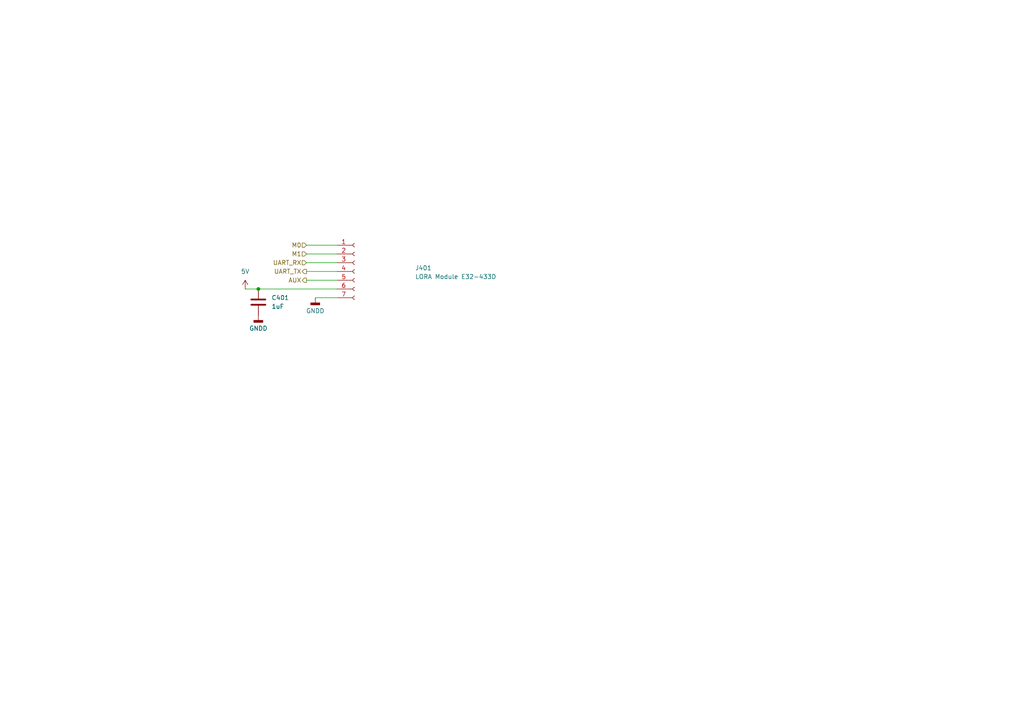
<source format=kicad_sch>
(kicad_sch (version 20231120) (generator "eeschema") (generator_version "8.0")
  (paper "A4")
  (lib_symbols
    (symbol "Connector:Conn_01x07_Socket" (pin_names (offset 1.016) hide)
      (property "Reference" "J" (at 0 10.16 0))
      (property "Value" "Conn_01x07_Socket" (at 0 -10.16 0))
      (symbol "Conn_01x07_Socket_1_1"
        (arc (start 0 -7.112) (mid -0.5058 -7.62) (end 0 -8.128) (stroke (width 0.1524)))
        (arc (start 0 -4.572) (mid -0.5058 -5.08) (end 0 -5.588) (stroke (width 0.1524)))
        (arc (start 0 -2.032) (mid -0.5058 -2.54) (end 0 -3.048) (stroke (width 0.1524)))
        (polyline (pts (xy -1.27 -7.62) (xy -0.508 -7.62)) (stroke (width 0.1524)))
        (polyline (pts (xy -1.27 -5.08) (xy -0.508 -5.08)) (stroke (width 0.1524)))
        (polyline (pts (xy -1.27 -2.54) (xy -0.508 -2.54)) (stroke (width 0.1524)))
        (polyline (pts (xy -1.27 0) (xy -0.508 0)) (stroke (width 0.1524)))
        (polyline (pts (xy -1.27 2.54) (xy -0.508 2.54)) (stroke (width 0.1524)))
        (polyline (pts (xy -1.27 5.08) (xy -0.508 5.08)) (stroke (width 0.1524)))
        (polyline (pts (xy -1.27 7.62) (xy -0.508 7.62)) (stroke (width 0.1524)))
        (arc (start 0 0.508) (mid -0.5058 0) (end 0 -0.508) (stroke (width 0.1524)))
        (arc (start 0 3.048) (mid -0.5058 2.54) (end 0 2.032) (stroke (width 0.1524)))
        (arc (start 0 5.588) (mid -0.5058 5.08) (end 0 4.572) (stroke (width 0.1524)))
        (arc (start 0 8.128) (mid -0.5058 7.62) (end 0 7.112) (stroke (width 0.1524)))
        (pin passive line (at -5.08 7.62 0) (length 3.81) (name "Pin_1") (number "1"))
        (pin passive line (at -5.08 5.08 0) (length 3.81) (name "Pin_2") (number "2"))
        (pin passive line (at -5.08 2.54 0) (length 3.81) (name "Pin_3") (number "3"))
        (pin passive line (at -5.08 0 0) (length 3.81) (name "Pin_4") (number "4"))
        (pin passive line (at -5.08 -2.54 0) (length 3.81) (name "Pin_5") (number "5"))
        (pin passive line (at -5.08 -5.08 0) (length 3.81) (name "Pin_6") (number "6"))
        (pin passive line (at -5.08 -7.62 0) (length 3.81) (name "Pin_7") (number "7"))
      )
    )
    (symbol "Device:C" (pin_numbers hide) (pin_names (offset 0.254))
      (property "Reference" "C" (at 0.635 2.54 0))
      (property "Value" "C" (at 0.635 -2.54 0))
      (symbol "C_0_1"
        (polyline (pts (xy -2.032 -0.762) (xy 2.032 -0.762)) (stroke (width 0.508)))
        (polyline (pts (xy -2.032 0.762) (xy 2.032 0.762)) (stroke (width 0.508)))
      )
      (symbol "C_1_1"
        (pin passive line (at 0 3.81 270) (length 2.794) (name "~") (number "1"))
        (pin passive line (at 0 -3.81 90) (length 2.794) (name "~") (number "2"))
      )
    )
    (symbol "power:+5V" (power) (pin_numbers hide) (pin_names (offset 0) hide)
      (property "Value" "+5V" (at 0 3.556 0))
      (symbol "+5V_0_1"
        (polyline (pts (xy -0.762 1.27) (xy 0 2.54)))
        (polyline (pts (xy 0 0) (xy 0 2.54)))
        (polyline (pts (xy 0 2.54) (xy 0.762 1.27)))
      )
      (symbol "+5V_1_1"
        (pin power_in line (at 0 0 90) (length 0) (name "~") (number "1"))
      )
    )
    (symbol "power:GNDD" (power) (pin_numbers hide) (pin_names (offset 0) hide)
      (property "Value" "GNDD" (at 0 -3.175 0))
      (symbol "GNDD_0_1"
        (rectangle (start -1.27 -1.524) (end 1.27 -2.032) (stroke (width 0.254)) (fill (type outline)))
        (polyline (pts (xy 0 0) (xy 0 -1.524)))
      )
      (symbol "GNDD_1_1"
        (pin power_in line (at 0 0 270) (length 0) (name "~") (number "1"))
      )
    )
  )
  (junction (at 74.93 83.82))
  (wire (pts (xy 71.12 83.82) (xy 74.93 83.82)))
  (wire (pts (xy 91.44 86.36) (xy 97.79 86.36)))
  (wire (pts (xy 88.9 71.12) (xy 97.79 71.12)))
  (wire (pts (xy 88.9 78.74) (xy 97.79 78.74)))
  (wire (pts (xy 88.9 81.28) (xy 97.79 81.28)))
  (wire (pts (xy 88.9 73.66) (xy 97.79 73.66)))
  (wire (pts (xy 74.93 83.82) (xy 97.79 83.82)))
  (wire (pts (xy 88.9 76.2) (xy 97.79 76.2)))
  (hierarchical_label "UART_RX" (shape input) (at 88.9 76.2 180))
  (hierarchical_label "UART_TX" (shape output) (at 88.9 78.74 180))
  (hierarchical_label "M1" (shape input) (at 88.9 73.66 180))
  (hierarchical_label "AUX" (shape output) (at 88.9 81.28 180))
  (hierarchical_label "M0" (shape input) (at 88.9 71.12 180))
  (symbol (lib_id "power:GNDD") (at 91.44 86.36 0) (unit 1)
    (property "Reference" "#PWR0402" (effects (hide yes)))
    (property "Value" "GNDD" (at 91.44 90.17 0))
    (property "Description" "Power symbol creates a global label with name \"GNDD\" , digital ground" (effects (hide yes)))
  )
  (symbol (lib_id "power:GNDD") (at 74.93 91.44 0) (unit 1)
    (property "Reference" "#PWR0403" (effects (hide yes)))
    (property "Value" "GNDD" (at 74.93 95.25 0))
    (property "Description" "Power symbol creates a global label with name \"GNDD\" , digital ground" (effects (hide yes)))
  )
  (symbol (lib_id "Device:C") (at 74.93 87.63 0) (unit 1)
    (property "Reference" "C401" (at 78.74 86.3599 0) (effects (justify left)))
    (property "Value" "1uF" (at 78.74 88.8999 0) (effects (justify left)))
    (property "Footprint" "Capacitor_SMD:C_0603_1608Metric_Pad1.08x0.95mm_HandSolder" (effects (hide yes)))
    (property "Description" "Unpolarized capacitor" (effects (hide yes)))
  )
  (symbol (lib_id "Connector:Conn_01x07_Socket") (at 102.87 78.74 0) (unit 1)
    (property "Reference" "J401" (at 120.396 77.724 0) (effects (justify left)))
    (property "Value" "LORA Module E32-433D" (at 120.396 80.264 0) (effects (justify left)))
    (property "Footprint" "LORA Modules:E32-433T33D" (effects (hide yes)))
    (property "Description" "Generic connector, single row, 01x07, script generated" (effects (hide yes)))
  )
  (symbol (lib_id "power:+5V") (at 71.12 83.82 0) (unit 1)
    (property "Reference" "#PWR0401" (effects (hide yes)))
    (property "Value" "5V" (at 71.12 78.74 0))
    (property "Description" "Power symbol creates a global label with name \"+5V\"" (effects (hide yes)))
  )
)
</source>
